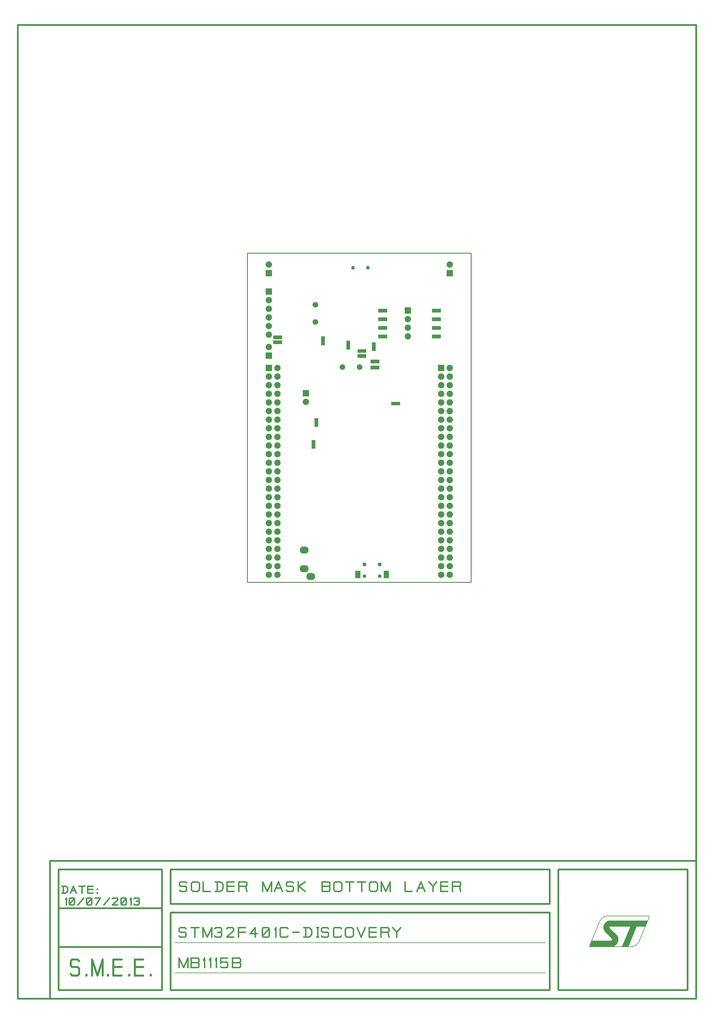
<source format=gbr>
G70*
%FSLAX55Y55*%
%ADD11C,0.01000*%
%ADD12C,0.00800*%
%ADD13C,0.02000*%
%ADD14C,0.00100*%
%ADD15C,0.06594*%
%ADD16R,0.07394X0.07394*%
%ADD17C,0.07394*%
%ADD18R,0.05906X0.09055*%
%ADD19O,0.04331X0.04331*%
%ADD20C,0.04528*%
%ADD21O,0.10236X0.08268*%
%ADD22C,0.04331*%
%ADD23C,0.01500*%
%ADD24C,0.02480*%
%ADD25C,0.01575*%
D11*
X285837Y503106D02*
X545679Y503106D01*
X545679Y884995*
X285837Y884995*
X285837Y503106*
D12*
G36*
X685758Y86846D02*
X708712Y86856D01*
X709758Y88946*
X700758Y97946*
X699558Y100646*
X699558Y103946*
X699858Y105146*
X701058Y107246*
X702258Y108446*
X703758Y109346*
X705558Y109946*
X707658Y110246*
X750258Y110246*
X747858Y103946*
X747558Y103646*
X737658Y103646*
X728058Y80846*
X721158Y80846*
X730458Y102746*
X730458Y103646*
X706758Y103646*
X706158Y103346*
X705858Y102746*
X705858Y101846*
X706158Y101546*
X714858Y93146*
X715758Y91646*
X716058Y90146*
X716358Y89846*
X716358Y87146*
G75*
G02X711558Y80846I-08949J01839*
G01X683358Y80846*
X683358Y81446*
X685458Y86546*
X685758Y86846*
G37*
X708712Y86856*
X709758Y88946*
X700758Y97946*
X699558Y100646*
X699558Y103946*
X699858Y105146*
X701058Y107246*
X702258Y108446*
X703758Y109346*
X705558Y109946*
X707658Y110246*
X750258Y110246*
X747858Y103946*
X747558Y103646*
X737658Y103646*
X728058Y80846*
X721158Y80846*
X730458Y102746*
X730458Y103646*
X706758Y103646*
X706158Y103346*
X705858Y102746*
X705858Y101846*
X706158Y101546*
X714858Y93146*
X715758Y91646*
X716058Y90146*
X716358Y89846*
X716358Y87146*
G75*
G02X711558Y80846I-08949J01839*
G01X683358Y80846*
X683358Y81446*
X685458Y86546*
X685758Y86846*
X202005Y49738D02*
X632005Y49738D01*
D13*
X197005Y129738D02*
X637005Y129738D01*
X67005Y29738D02*
X187005Y29738D01*
D12*
X202005Y84738D02*
X632005Y84738D01*
D13*
X197005Y119738D02*
X637005Y119738D01*
D12*
X683958Y80246D02*
X683358Y80846D01*
X683358Y81446*
X695358Y110546*
G75*
G02X701958Y115646I08543J-04235*
G01X751758Y115646*
X752058Y115346*
X752058Y114146*
X740058Y85346*
G75*
G02X733458Y80246I-08825J04600*
G01X683958Y80246*
D13*
X637005Y129738D02*
X637005Y169738D01*
X57005Y179738D02*
X807005Y179738D01*
X67005Y124738D02*
X187005Y124738D01*
X67005Y169738D02*
X187005Y169738D01*
X197005Y169738D02*
X637005Y169738D01*
X197005Y29738D02*
X197005Y119738D01*
X197005Y129738D02*
X197005Y169738D01*
X67005Y29738D02*
X67005Y169738D01*
X637005Y29738D02*
X637005Y119738D01*
X647005Y169738D02*
X797005Y169738D01*
X647005Y29738D02*
X797005Y29738D01*
X19604Y19738D02*
X19604Y1149659D01*
X19604Y19738D02*
X807005Y19738D01*
X57005Y19738D02*
X57005Y179738D01*
X187005Y29738D02*
X187005Y169738D01*
X647005Y29738D02*
X647005Y169738D01*
X797005Y29738D02*
X797005Y169738D01*
X67005Y79738D02*
X187005Y79738D01*
X807005Y19738D02*
X807005Y1149659D01*
X197005Y29738D02*
X637005Y29738D01*
X19604Y1149659D02*
X807005Y1149659D01*
D14*
G36*
X315955Y783814D02*
X325797Y783814D01*
X325797Y779877*
X315955Y779877*
X315955Y783814*
G37*
X325797Y783814*
X325797Y779877*
X315955Y779877*
X315955Y783814*
G36*
X510045Y796574D02*
X500203Y796574D01*
X500203Y800511*
X510045Y800511*
X510045Y796574*
G37*
X500203Y796574*
X500203Y800511*
X510045Y800511*
X510045Y796574*
G36*
X510045Y786574D02*
X500203Y786574D01*
X500203Y790511*
X510045Y790511*
X510045Y786574*
G37*
X500203Y786574*
X500203Y790511*
X510045Y790511*
X510045Y786574*
D15*
X364990Y805038D03*
X364990Y825038D03*
D16*
X310758Y861846D03*
D17*
X310758Y871846D03*
D14*
G36*
X447840Y786574D02*
X437998Y786574D01*
X437998Y790511*
X447840Y790511*
X447840Y786574*
G37*
X437998Y786574*
X437998Y790511*
X447840Y790511*
X447840Y786574*
D16*
X310758Y766245D03*
D17*
X310758Y776245D03*
D14*
G36*
X447840Y796574D02*
X437998Y796574D01*
X437998Y800511*
X447840Y800511*
X447840Y796574*
G37*
X437998Y796574*
X437998Y800511*
X447840Y800511*
X447840Y796574*
G36*
X428947Y761373D02*
X438789Y761373D01*
X438789Y757436*
X428947Y757436*
X428947Y761373*
G37*
X438789Y761373*
X438789Y757436*
X428947Y757436*
X428947Y761373*
D16*
X520758Y861846D03*
D17*
X520758Y871846D03*
D14*
G36*
X447840Y806574D02*
X437998Y806574D01*
X437998Y810511*
X447840Y810511*
X447840Y806574*
G37*
X437998Y806574*
X437998Y810511*
X447840Y810511*
X447840Y806574*
D16*
X310758Y840507D03*
D17*
X310758Y830507D03*
X310758Y820507D03*
X310758Y810507D03*
X310758Y800507D03*
X310758Y790507D03*
D15*
X396037Y752889D03*
X416037Y752889D03*
D14*
G36*
X510045Y816574D02*
X500203Y816574D01*
X500203Y820511*
X510045Y820511*
X510045Y816574*
G37*
X500203Y816574*
X500203Y820511*
X510045Y820511*
X510045Y816574*
D18*
X414321Y511965D03*
X447195Y511965D03*
D19*
X421998Y510095D03*
X439518Y510095D03*
D20*
X421998Y523874D03*
X439518Y523874D03*
D16*
X510758Y751846D03*
D17*
X520758Y751846D03*
X510758Y741846D03*
X520758Y741846D03*
X510758Y731846D03*
X520758Y731846D03*
X510758Y721846D03*
X520758Y721846D03*
X510758Y711846D03*
X520758Y711846D03*
X510758Y701846D03*
X520758Y701846D03*
X510758Y691846D03*
X520758Y691846D03*
X510758Y681846D03*
X520758Y681846D03*
X510758Y671846D03*
X520758Y671846D03*
X510758Y661846D03*
X520758Y661846D03*
X510758Y651846D03*
X520758Y651846D03*
X510758Y641846D03*
X520758Y641846D03*
X510758Y631846D03*
X520758Y631846D03*
X510758Y621846D03*
X520758Y621846D03*
X510758Y611846D03*
X520758Y611846D03*
X510758Y601846D03*
X520758Y601846D03*
X510758Y591846D03*
X520758Y591846D03*
X510758Y581846D03*
X520758Y581846D03*
X510758Y571846D03*
X520758Y571846D03*
X510758Y561846D03*
X520758Y561846D03*
X510758Y551846D03*
X520758Y551846D03*
X510758Y541846D03*
X520758Y541846D03*
X510758Y531846D03*
X520758Y531846D03*
X510758Y521846D03*
X520758Y521846D03*
X510758Y511846D03*
X520758Y511846D03*
D16*
X353750Y722397D03*
D17*
X353750Y712397D03*
D14*
G36*
X447840Y816574D02*
X437998Y816574D01*
X437998Y820511*
X447840Y820511*
X447840Y816574*
G37*
X437998Y816574*
X437998Y820511*
X447840Y820511*
X447840Y816574*
D16*
X472053Y818542D03*
D17*
X472053Y808542D03*
X472053Y798542D03*
X472053Y788542D03*
D14*
G36*
X364577Y668263D02*
X364577Y658420D01*
X360640Y658420*
X360640Y668263*
X364577Y668263*
G37*
X364577Y658420*
X360640Y658420*
X360640Y668263*
X364577Y668263*
G36*
X428947Y754287D02*
X438789Y754287D01*
X438789Y750350*
X428947Y750350*
X428947Y754287*
G37*
X438789Y754287*
X438789Y750350*
X428947Y750350*
X428947Y754287*
G36*
X371467Y778499D02*
X371467Y788342D01*
X375404Y788342*
X375404Y778499*
X371467Y778499*
G37*
X371467Y788342*
X375404Y788342*
X375404Y778499*
X371467Y778499*
G36*
X434459Y781452D02*
X434459Y771609D01*
X430522Y771609*
X430522Y781452*
X434459Y781452*
G37*
X434459Y771609*
X430522Y771609*
X430522Y781452*
X434459Y781452*
G36*
X413789Y767672D02*
X423632Y767672D01*
X423632Y763735*
X413789Y763735*
X413789Y767672*
G37*
X423632Y767672*
X423632Y763735*
X413789Y763735*
X413789Y767672*
G36*
X452963Y712554D02*
X462805Y712554D01*
X462805Y708617*
X452963Y708617*
X452963Y712554*
G37*
X462805Y712554*
X462805Y708617*
X452963Y708617*
X452963Y712554*
G36*
X363789Y683617D02*
X363789Y693460D01*
X367726Y693460*
X367726Y683617*
X363789Y683617*
G37*
X363789Y693460*
X367726Y693460*
X367726Y683617*
X363789Y683617*
D21*
X359695Y509641D03*
X351821Y518696D03*
X351821Y540349D03*
D14*
G36*
X413789Y773578D02*
X423632Y773578D01*
X423632Y769641*
X413789Y769641*
X413789Y773578*
G37*
X423632Y773578*
X423632Y769641*
X413789Y769641*
X413789Y773578*
G36*
X404931Y783420D02*
X404931Y773578D01*
X400994Y773578*
X400994Y783420*
X404931Y783420*
G37*
X404931Y773578*
X400994Y773578*
X400994Y783420*
X404931Y783420*
G36*
X510045Y806574D02*
X500203Y806574D01*
X500203Y810511*
X510045Y810511*
X510045Y806574*
G37*
X500203Y806574*
X500203Y810511*
X510045Y810511*
X510045Y806574*
G36*
X315955Y789326D02*
X325797Y789326D01*
X325797Y785389*
X315955Y785389*
X315955Y789326*
G37*
X325797Y789326*
X325797Y785389*
X315955Y785389*
X315955Y789326*
D22*
X425810Y868267D03*
X408510Y868267D03*
D16*
X310758Y751846D03*
D17*
X320758Y751846D03*
X310758Y741846D03*
X320758Y741846D03*
X310758Y731846D03*
X320758Y731846D03*
X310758Y721846D03*
X320758Y721846D03*
X310758Y711846D03*
X320758Y711846D03*
X310758Y701846D03*
X320758Y701846D03*
X310758Y691846D03*
X320758Y691846D03*
X310758Y681846D03*
X320758Y681846D03*
X310758Y671846D03*
X320758Y671846D03*
X310758Y661846D03*
X320758Y661846D03*
X310758Y651846D03*
X320758Y651846D03*
X310758Y641846D03*
X320758Y641846D03*
X310758Y631846D03*
X320758Y631846D03*
X310758Y621846D03*
X320758Y621846D03*
X310758Y611846D03*
X320758Y611846D03*
X310758Y601846D03*
X320758Y601846D03*
X310758Y591846D03*
X320758Y591846D03*
X310758Y581846D03*
X320758Y581846D03*
X310758Y571846D03*
X320758Y571846D03*
X310758Y561846D03*
X320758Y561846D03*
X310758Y551846D03*
X320758Y551846D03*
X310758Y541846D03*
X320758Y541846D03*
X310758Y531846D03*
X320758Y531846D03*
X310758Y521846D03*
X320758Y521846D03*
X310758Y511846D03*
X320758Y511846D03*
D23*
X70558Y140355D02*
X70558Y150355*
X74725Y150355D01*
X76392Y149522*
X77225Y147855*
X77225Y144938*
X76392Y143272*
X74725Y142438*
X70558Y142438*
X72225Y142438D02*
X72225Y150355D01*
X80558Y142438D02*
X83891Y150355D01*
X87225Y142438*
X81808Y145355D02*
X85975Y145355D01*
X90558Y150355D02*
X97224Y150355D01*
X93891Y150355D02*
X93891Y142438D01*
X106391Y142438D02*
X100557Y142438D01*
X100557Y150355*
X106391Y150355*
X106391Y146605D02*
X100557Y146605D01*
X111807Y142438D02*
X111599Y142438D01*
X111599Y142855*
X111807Y142855*
X111807Y142438*
X111807Y146605D02*
X111599Y146605D01*
X111599Y147022*
X111807Y147022*
X111807Y146605*
D24*
X80758Y41846D02*
X80758Y48735*
X82136Y46767D01*
X89026Y46767*
X90404Y48735*
X90404Y54641*
X89026Y56609*
X82136Y56609*
X80758Y58578*
X80758Y63499*
X82136Y65468*
X89026Y65468*
X90404Y63499*
X99360Y46767D02*
X99016Y46767D01*
X99016Y47751*
X99360Y47751*
X99360Y46767*
X105561Y46767D02*
X105561Y65468D01*
X111762Y46767*
X117963Y65468*
X117963Y46767*
X124163Y46767D02*
X123819Y46767D01*
X123819Y47751*
X124163Y47751*
X124163Y46767*
X140010Y46767D02*
X130364Y46767D01*
X130364Y65468*
X140010Y65468*
X140010Y56609D02*
X130364Y56609D01*
X148967Y46767D02*
X148622Y46767D01*
X148622Y47751*
X148967Y47751*
X148967Y46767*
X164813Y46767D02*
X155167Y46767D01*
X155167Y65468*
X164813Y65468*
X164813Y56609D02*
X155167Y56609D01*
X173770Y46767D02*
X173425Y46767D01*
X173425Y47751*
X173770Y47751*
X173770Y46767*
D25*
X206611Y53203D02*
X206611Y56073*
X206611Y66982D01*
X211779Y56073*
X216946Y66982*
X216946Y56073*
X220391Y56073D02*
X220391Y66982D01*
X228429Y66982*
X229577Y65834*
X229577Y62963*
X228429Y61815*
X220391Y61815D02*
X228429Y61815D01*
X229577Y60666*
X229577Y57222*
X228429Y56073*
X220391Y56073*
X236179Y56073D02*
X236179Y66982D01*
X235031Y64685*
X243069Y56073D02*
X243069Y66982D01*
X241921Y64685*
X249959Y56073D02*
X249959Y66982D01*
X248810Y64685*
X254839Y57222D02*
X255987Y56073D01*
X261728Y56073*
X262877Y57222*
X262877Y61241*
X261728Y62389*
X255987Y62389*
X254839Y61241*
X254839Y66982*
X262877Y66982*
X268618Y56073D02*
X268618Y66982D01*
X276656Y66982*
X277804Y65834*
X277804Y62963*
X276656Y61815*
X268618Y61815D02*
X276656Y61815D01*
X277804Y60666*
X277804Y57222*
X276656Y56073*
X268618Y56073*
X207097Y141688D02*
X207097Y145707*
X208245Y144559D01*
X213986Y144559*
X215135Y145707*
X215135Y149152*
X213986Y150300*
X208245Y150300*
X207097Y151449*
X207097Y154319*
X208245Y155468*
X213986Y155468*
X215135Y154319*
X230062Y146281D02*
X228340Y144559D01*
X222598Y144559*
X220876Y146281*
X220876Y153745*
X222598Y155468*
X228340Y155468*
X230062Y153745*
X230062Y146281*
X242693Y144559D02*
X234655Y144559D01*
X234655Y155468*
X248434Y155468D02*
X254176Y155468D01*
X256472Y154319*
X257621Y152023*
X257621Y148004*
X256472Y145707*
X254176Y144559*
X248434Y144559*
X250731Y144559D02*
X250731Y155468D01*
X270251Y144559D02*
X262213Y144559D01*
X262213Y155468*
X270251Y155468*
X270251Y150300D02*
X262213Y150300D01*
X275993Y144559D02*
X275993Y155468D01*
X284031Y155468*
X285179Y154319*
X285179Y151449*
X284031Y150300*
X275993Y150300*
X282882Y150300D02*
X284031Y150300D01*
X285179Y144559*
X298958Y141688D02*
X303551Y144559*
X303551Y155468D01*
X308718Y144559*
X313886Y155468*
X313886Y144559*
X317330Y144559D02*
X321923Y155468D01*
X326517Y144559*
X319053Y148578D02*
X324794Y148578D01*
X331109Y145707D02*
X332258Y144559D01*
X337999Y144559*
X339147Y145707*
X339147Y149152*
X337999Y150300*
X332258Y150300*
X331109Y151449*
X331109Y154319*
X332258Y155468*
X337999Y155468*
X339147Y154319*
X344889Y144559D02*
X344889Y155468D01*
X344889Y150300D02*
X345463Y150300D01*
X352927Y155468*
X345463Y150300D02*
X352927Y144559D01*
X367854Y141688D02*
X372447Y144559*
X372447Y155468D01*
X380485Y155468*
X381633Y154319*
X381633Y151449*
X380485Y150300*
X372447Y150300D02*
X380485Y150300D01*
X381633Y149152*
X381633Y145707*
X380485Y144559*
X372447Y144559*
X395413Y146281D02*
X393690Y144559D01*
X387949Y144559*
X386226Y146281*
X386226Y153745*
X387949Y155468*
X393690Y155468*
X395413Y153745*
X395413Y146281*
X400006Y155468D02*
X409192Y155468D01*
X404599Y155468D02*
X404599Y144559D01*
X413785Y155468D02*
X422971Y155468D01*
X418378Y155468D02*
X418378Y144559D01*
X436750Y146281D02*
X435028Y144559D01*
X429286Y144559*
X427564Y146281*
X427564Y153745*
X429286Y155468*
X435028Y155468*
X436750Y153745*
X436750Y146281*
X441343Y144559D02*
X441343Y155468D01*
X446510Y144559*
X451678Y155468*
X451678Y144559*
X464309Y141688D02*
X476940Y144559*
X468902Y144559D01*
X468902Y155468*
X482681Y144559D02*
X487274Y155468D01*
X491867Y144559*
X484403Y148578D02*
X490145Y148578D01*
X496460Y155468D02*
X501053Y150300D01*
X505646Y155468*
X501053Y150300D02*
X501053Y144559D01*
X518277Y144559D02*
X510239Y144559D01*
X510239Y155468*
X518277Y155468*
X518277Y150300D02*
X510239Y150300D01*
X524018Y144559D02*
X524018Y155468D01*
X532056Y155468*
X533205Y154319*
X533205Y151449*
X532056Y150300*
X524018Y150300*
X530908Y150300D02*
X532056Y150300D01*
X533205Y144559*
X206611Y88636D02*
X206611Y92655*
X207760Y91506D01*
X213501Y91506*
X214649Y92655*
X214649Y96099*
X213501Y97248*
X207760Y97248*
X206611Y98396*
X206611Y101267*
X207760Y102415*
X213501Y102415*
X214649Y101267*
X220391Y102415D02*
X229577Y102415D01*
X224984Y102415D02*
X224984Y91506D01*
X234170Y91506D02*
X234170Y102415D01*
X239337Y91506*
X244504Y102415*
X244504Y91506*
X247949Y101267D02*
X249097Y102415D01*
X254839Y102415*
X255987Y101267*
X255987Y98396*
X254839Y97248*
X251394Y97248*
X254839Y97248*
X255987Y96099*
X255987Y93229*
X254839Y91506*
X249097Y91506*
X247949Y92655*
X261728Y101267D02*
X262876Y102415D01*
X268618Y102415*
X269766Y101267*
X269766Y98970*
X268618Y97822*
X261728Y91506*
X269766Y91506*
X275507Y91506D02*
X275507Y102415D01*
X283545Y102415*
X283545Y97248D02*
X275507Y97248D01*
X295028Y91506D02*
X295028Y102415D01*
X289287Y95525*
X297325Y95525*
X311104Y92655D02*
X309956Y91506D01*
X304214Y91506*
X303066Y92655*
X303066Y101267*
X304214Y102415*
X309956Y102415*
X311104Y101267*
X311104Y92655*
X303066Y92655D02*
X311104Y101267D01*
X318855Y91506D02*
X318855Y102415D01*
X317706Y100119*
X332921Y92655D02*
X331773Y91506D01*
X324883Y91506*
X323735Y92655*
X323735Y101267*
X324883Y102415*
X331773Y102415*
X332921Y101267*
X338662Y97248D02*
X345552Y97248D01*
X351293Y102415D02*
X357035Y102415D01*
X359331Y101267*
X360479Y98970*
X360479Y94951*
X359331Y92655*
X357035Y91506*
X351293Y91506*
X353590Y91506D02*
X353590Y102415D01*
X367369Y91506D02*
X367369Y102415D01*
X366221Y91506D02*
X368517Y91506D01*
X366221Y102415D02*
X368517Y102415D01*
X371962Y92655D02*
X373110Y91506D01*
X378852Y91506*
X380000Y92655*
X380000Y96099*
X378852Y97248*
X373110Y97248*
X371962Y98396*
X371962Y101267*
X373110Y102415*
X378852Y102415*
X380000Y101267*
X394927Y92655D02*
X393779Y91506D01*
X386889Y91506*
X385741Y92655*
X385741Y101267*
X386889Y102415*
X393779Y102415*
X394927Y101267*
X408707Y93229D02*
X406984Y91506D01*
X401243Y91506*
X399520Y93229*
X399520Y100693*
X401243Y102415*
X406984Y102415*
X408707Y100693*
X408707Y93229*
X413300Y102415D02*
X417893Y91506D01*
X422486Y102415*
X435117Y91506D02*
X427079Y91506D01*
X427079Y102415*
X435117Y102415*
X435117Y97248D02*
X427079Y97248D01*
X440858Y91506D02*
X440858Y102415D01*
X448896Y102415*
X450044Y101267*
X450044Y98396*
X448896Y97248*
X440858Y97248*
X447748Y97248D02*
X448896Y97248D01*
X450044Y91506*
X454637Y102415D02*
X459230Y97248D01*
X463824Y102415*
X459230Y97248D02*
X459230Y91506D01*
D23*
X74258Y126846D02*
X75716Y128929*
X75716Y136846D01*
X74883Y135179*
X85091Y129762D02*
X84258Y128929D01*
X80091Y128929*
X79258Y129762*
X79258Y136012*
X80091Y136846*
X84258Y136846*
X85091Y136012*
X85091Y129762*
X79258Y129762D02*
X85091Y136012D01*
X89257Y128929D02*
X95924Y136846D01*
X105090Y129762D02*
X104257Y128929D01*
X100090Y128929*
X99257Y129762*
X99257Y136012*
X100090Y136846*
X104257Y136846*
X105090Y136012*
X105090Y129762*
X99257Y129762D02*
X105090Y136012D01*
X109257Y136846D02*
X115090Y136846D01*
X110090Y128929*
X119257Y128929D02*
X125923Y136846D01*
X129256Y136012D02*
X130090Y136846D01*
X134256Y136846*
X135090Y136012*
X135090Y134346*
X134256Y133512*
X129256Y128929*
X135090Y128929*
X145089Y129762D02*
X144256Y128929D01*
X140089Y128929*
X139256Y129762*
X139256Y136012*
X140089Y136846*
X144256Y136846*
X145089Y136012*
X145089Y129762*
X139256Y129762D02*
X145089Y136012D01*
X150714Y128929D02*
X150714Y136846D01*
X149881Y135179*
X154255Y136012D02*
X155089Y136846D01*
X159255Y136846*
X160089Y136012*
X160089Y133929*
X159255Y133096*
X156755Y133096*
X159255Y133096*
X160089Y132262*
X160089Y130179*
X159255Y128929*
X155089Y128929*
X154255Y129762*
M02*

</source>
